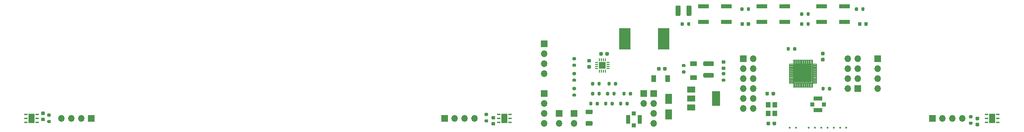
<source format=gts>
%TF.GenerationSoftware,KiCad,Pcbnew,5.1.7-a382d34a8~87~ubuntu18.04.1*%
%TF.CreationDate,2020-11-02T20:34:46+02:00*%
%TF.ProjectId,sens-rf-1w-1-kicad,73656e73-2d72-4662-9d31-772d312d6b69,0.0*%
%TF.SameCoordinates,Original*%
%TF.FileFunction,Soldermask,Top*%
%TF.FilePolarity,Negative*%
%FSLAX46Y46*%
G04 Gerber Fmt 4.6, Leading zero omitted, Abs format (unit mm)*
G04 Created by KiCad (PCBNEW 5.1.7-a382d34a8~87~ubuntu18.04.1) date 2020-11-02 20:34:46*
%MOMM*%
%LPD*%
G01*
G04 APERTURE LIST*
%ADD10C,0.152400*%
%ADD11R,1.800000X2.500000*%
%ADD12O,1.700000X1.700000*%
%ADD13R,1.700000X1.700000*%
%ADD14R,1.300000X1.700000*%
%ADD15R,1.000000X1.000000*%
%ADD16R,1.050000X2.200000*%
%ADD17R,2.200000X1.050000*%
%ADD18R,2.000000X1.500000*%
%ADD19R,2.000000X3.800000*%
%ADD20C,0.500000*%
%ADD21R,1.750000X1.750000*%
%ADD22R,1.600200X2.489200*%
%ADD23R,0.812800X0.457200*%
%ADD24C,0.508000*%
%ADD25R,4.500001X4.500001*%
%ADD26R,0.850000X0.280000*%
%ADD27R,0.280000X0.850000*%
%ADD28R,1.200000X1.400000*%
%ADD29R,2.800000X1.000000*%
%ADD30R,2.900000X5.400000*%
%ADD31R,1.700000X1.300000*%
G04 APERTURE END LIST*
D10*
%TO.C,RF_MCU1*%
X225979596Y-132420403D02*
X225560405Y-132420403D01*
X225560405Y-132420403D02*
X225560405Y-133409596D01*
X225560405Y-133409596D02*
X225979596Y-133409596D01*
X225979596Y-133409596D02*
X225979596Y-132420403D01*
X225479597Y-132420403D02*
X225060403Y-132420403D01*
X225060403Y-132420403D02*
X225060403Y-133409596D01*
X225060403Y-133409596D02*
X225479597Y-133409596D01*
X225479597Y-133409596D02*
X225479597Y-132420403D01*
X224979596Y-132420403D02*
X224560404Y-132420403D01*
X224560404Y-132420403D02*
X224560404Y-133409596D01*
X224560404Y-133409596D02*
X224979596Y-133409596D01*
X224979596Y-133409596D02*
X224979596Y-132420403D01*
X224479597Y-132420403D02*
X224060405Y-132420403D01*
X224060405Y-132420403D02*
X224060405Y-133409596D01*
X224060405Y-133409596D02*
X224479597Y-133409596D01*
X224479597Y-133409596D02*
X224479597Y-132420403D01*
X223979595Y-132420403D02*
X223560404Y-132420403D01*
X223560404Y-132420403D02*
X223560404Y-133409596D01*
X223560404Y-133409596D02*
X223979595Y-133409596D01*
X223979595Y-133409596D02*
X223979595Y-132420403D01*
X223479596Y-132420403D02*
X223060405Y-132420403D01*
X223060405Y-132420403D02*
X223060405Y-133409596D01*
X223060405Y-133409596D02*
X223479596Y-133409596D01*
X223479596Y-133409596D02*
X223479596Y-132420403D01*
X222979597Y-132420403D02*
X222560403Y-132420403D01*
X222560403Y-132420403D02*
X222560403Y-133409596D01*
X222560403Y-133409596D02*
X222979597Y-133409596D01*
X222979597Y-133409596D02*
X222979597Y-132420403D01*
X222479596Y-132420403D02*
X222060404Y-132420403D01*
X222060404Y-132420403D02*
X222060404Y-133409596D01*
X222060404Y-133409596D02*
X222479596Y-133409596D01*
X222479596Y-133409596D02*
X222479596Y-132420403D01*
X221979597Y-132420403D02*
X221560405Y-132420403D01*
X221560405Y-132420403D02*
X221560405Y-133409596D01*
X221560405Y-133409596D02*
X221979597Y-133409596D01*
X221979597Y-133409596D02*
X221979597Y-132420403D01*
X221479595Y-132420403D02*
X221060404Y-132420403D01*
X221060404Y-132420403D02*
X221060404Y-133409596D01*
X221060404Y-133409596D02*
X221479595Y-133409596D01*
X221479595Y-133409596D02*
X221479595Y-132420403D01*
X221039596Y-133429837D02*
X220050403Y-133429837D01*
X220050403Y-133429837D02*
X220050403Y-133849029D01*
X220050403Y-133849029D02*
X221039596Y-133849029D01*
X221039596Y-133849029D02*
X221039596Y-133429837D01*
X221039596Y-133929963D02*
X220050403Y-133929963D01*
X220050403Y-133929963D02*
X220050403Y-134349155D01*
X220050403Y-134349155D02*
X221039596Y-134349155D01*
X221039596Y-134349155D02*
X221039596Y-133929963D01*
X221039596Y-134430089D02*
X220050403Y-134430089D01*
X220050403Y-134430089D02*
X220050403Y-134849281D01*
X220050403Y-134849281D02*
X221039596Y-134849281D01*
X221039596Y-134849281D02*
X221039596Y-134430089D01*
X221039596Y-134930215D02*
X220050403Y-134930215D01*
X220050403Y-134930215D02*
X220050403Y-135349407D01*
X220050403Y-135349407D02*
X221039596Y-135349407D01*
X221039596Y-135349407D02*
X221039596Y-134930215D01*
X221039596Y-135430341D02*
X220050403Y-135430341D01*
X220050403Y-135430341D02*
X220050403Y-135849533D01*
X220050403Y-135849533D02*
X221039596Y-135849533D01*
X221039596Y-135849533D02*
X221039596Y-135430341D01*
X221039596Y-135930467D02*
X220050403Y-135930467D01*
X220050403Y-135930467D02*
X220050403Y-136349659D01*
X220050403Y-136349659D02*
X221039596Y-136349659D01*
X221039596Y-136349659D02*
X221039596Y-135930467D01*
X221039596Y-136430593D02*
X220050403Y-136430593D01*
X220050403Y-136430593D02*
X220050403Y-136849785D01*
X220050403Y-136849785D02*
X221039596Y-136849785D01*
X221039596Y-136849785D02*
X221039596Y-136430593D01*
X221039596Y-136930719D02*
X220050403Y-136930719D01*
X220050403Y-136930719D02*
X220050403Y-137349911D01*
X220050403Y-137349911D02*
X221039596Y-137349911D01*
X221039596Y-137349911D02*
X221039596Y-136930719D01*
X221039596Y-137430845D02*
X220050403Y-137430845D01*
X220050403Y-137430845D02*
X220050403Y-137850037D01*
X220050403Y-137850037D02*
X221039596Y-137850037D01*
X221039596Y-137850037D02*
X221039596Y-137430845D01*
X221039596Y-137930971D02*
X220050403Y-137930971D01*
X220050403Y-137930971D02*
X220050403Y-138350163D01*
X220050403Y-138350163D02*
X221039596Y-138350163D01*
X221039596Y-138350163D02*
X221039596Y-137930971D01*
X221479595Y-138370404D02*
X221060404Y-138370404D01*
X221060404Y-138370404D02*
X221060404Y-139359597D01*
X221060404Y-139359597D02*
X221479595Y-139359597D01*
X221479595Y-139359597D02*
X221479595Y-138370404D01*
X221979597Y-138370404D02*
X221560403Y-138370404D01*
X221560403Y-138370404D02*
X221560403Y-139359597D01*
X221560403Y-139359597D02*
X221979597Y-139359597D01*
X221979597Y-139359597D02*
X221979597Y-138370404D01*
X222479596Y-138370404D02*
X222060404Y-138370404D01*
X222060404Y-138370404D02*
X222060404Y-139359597D01*
X222060404Y-139359597D02*
X222479596Y-139359597D01*
X222479596Y-139359597D02*
X222479596Y-138370404D01*
X222979595Y-138370404D02*
X222560403Y-138370404D01*
X222560403Y-138370404D02*
X222560403Y-139359597D01*
X222560403Y-139359597D02*
X222979595Y-139359597D01*
X222979595Y-139359597D02*
X222979595Y-138370404D01*
X223479596Y-138370404D02*
X223060405Y-138370404D01*
X223060405Y-138370404D02*
X223060405Y-139359597D01*
X223060405Y-139359597D02*
X223479596Y-139359597D01*
X223479596Y-139359597D02*
X223479596Y-138370404D01*
X223979595Y-138370404D02*
X223560404Y-138370404D01*
X223560404Y-138370404D02*
X223560404Y-139359597D01*
X223560404Y-139359597D02*
X223979595Y-139359597D01*
X223979595Y-139359597D02*
X223979595Y-138370404D01*
X224479597Y-138370404D02*
X224060403Y-138370404D01*
X224060403Y-138370404D02*
X224060403Y-139359597D01*
X224060403Y-139359597D02*
X224479597Y-139359597D01*
X224479597Y-139359597D02*
X224479597Y-138370404D01*
X224979596Y-138370404D02*
X224560404Y-138370404D01*
X224560404Y-138370404D02*
X224560404Y-139359597D01*
X224560404Y-139359597D02*
X224979596Y-139359597D01*
X224979596Y-139359597D02*
X224979596Y-138370404D01*
X225479595Y-138370404D02*
X225060403Y-138370404D01*
X225060403Y-138370404D02*
X225060403Y-139359597D01*
X225060403Y-139359597D02*
X225479595Y-139359597D01*
X225479595Y-139359597D02*
X225479595Y-138370404D01*
X225979596Y-138370404D02*
X225560405Y-138370404D01*
X225560405Y-138370404D02*
X225560405Y-139359597D01*
X225560405Y-139359597D02*
X225979596Y-139359597D01*
X225979596Y-139359597D02*
X225979596Y-138370404D01*
X226989597Y-137930971D02*
X226000404Y-137930971D01*
X226000404Y-137930971D02*
X226000404Y-138350163D01*
X226000404Y-138350163D02*
X226989597Y-138350163D01*
X226989597Y-138350163D02*
X226989597Y-137930971D01*
X226989597Y-137430845D02*
X226000404Y-137430845D01*
X226000404Y-137430845D02*
X226000404Y-137850037D01*
X226000404Y-137850037D02*
X226989597Y-137850037D01*
X226989597Y-137850037D02*
X226989597Y-137430845D01*
X226989597Y-136930719D02*
X226000404Y-136930719D01*
X226000404Y-136930719D02*
X226000404Y-137349911D01*
X226000404Y-137349911D02*
X226989597Y-137349911D01*
X226989597Y-137349911D02*
X226989597Y-136930719D01*
X226989597Y-136430593D02*
X226000404Y-136430593D01*
X226000404Y-136430593D02*
X226000404Y-136849785D01*
X226000404Y-136849785D02*
X226989597Y-136849785D01*
X226989597Y-136849785D02*
X226989597Y-136430593D01*
X226989597Y-135930467D02*
X226000404Y-135930467D01*
X226000404Y-135930467D02*
X226000404Y-136349659D01*
X226000404Y-136349659D02*
X226989597Y-136349659D01*
X226989597Y-136349659D02*
X226989597Y-135930467D01*
X226989597Y-135430341D02*
X226000404Y-135430341D01*
X226000404Y-135430341D02*
X226000404Y-135849533D01*
X226000404Y-135849533D02*
X226989597Y-135849533D01*
X226989597Y-135849533D02*
X226989597Y-135430341D01*
X226989597Y-134930215D02*
X226000404Y-134930215D01*
X226000404Y-134930215D02*
X226000404Y-135349407D01*
X226000404Y-135349407D02*
X226989597Y-135349407D01*
X226989597Y-135349407D02*
X226989597Y-134930215D01*
X226989597Y-134430089D02*
X226000404Y-134430089D01*
X226000404Y-134430089D02*
X226000404Y-134849281D01*
X226000404Y-134849281D02*
X226989597Y-134849281D01*
X226989597Y-134849281D02*
X226989597Y-134430089D01*
X226989597Y-133929963D02*
X226000404Y-133929963D01*
X226000404Y-133929963D02*
X226000404Y-134349155D01*
X226000404Y-134349155D02*
X226989597Y-134349155D01*
X226989597Y-134349155D02*
X226989597Y-133929963D01*
X226989597Y-133429837D02*
X226000404Y-133429837D01*
X226000404Y-133429837D02*
X226000404Y-133849029D01*
X226000404Y-133849029D02*
X226989597Y-133849029D01*
X226989597Y-133849029D02*
X226989597Y-133429837D01*
X225833501Y-133576499D02*
X225833501Y-138203501D01*
X225833501Y-138203501D02*
X225294800Y-138203501D01*
X225294800Y-138203501D02*
X225294800Y-133576499D01*
X225294800Y-133576499D02*
X225833501Y-133576499D01*
X224894800Y-133576499D02*
X224894800Y-138203501D01*
X224894800Y-138203501D02*
X224507400Y-138203501D01*
X224507400Y-138203501D02*
X224507400Y-133576499D01*
X224507400Y-133576499D02*
X224894800Y-133576499D01*
X224107400Y-133576499D02*
X224107400Y-138203501D01*
X224107400Y-138203501D02*
X223720000Y-138203501D01*
X223720000Y-138203501D02*
X223720000Y-133576499D01*
X223720000Y-133576499D02*
X224107400Y-133576499D01*
X223320000Y-133576499D02*
X223320000Y-138203501D01*
X223320000Y-138203501D02*
X222932600Y-138203501D01*
X222932600Y-138203501D02*
X222932600Y-133576499D01*
X222932600Y-133576499D02*
X223320000Y-133576499D01*
X222532600Y-133576499D02*
X222532600Y-138203501D01*
X222532600Y-138203501D02*
X222145200Y-138203501D01*
X222145200Y-138203501D02*
X222145200Y-133576499D01*
X222145200Y-133576499D02*
X222532600Y-133576499D01*
X221745200Y-133576499D02*
X221745200Y-138203501D01*
X221745200Y-138203501D02*
X221206499Y-138203501D01*
X221206499Y-138203501D02*
X221206499Y-133576499D01*
X221206499Y-133576499D02*
X221745200Y-133576499D01*
X225833501Y-133576499D02*
X225833501Y-134115200D01*
X225833501Y-134115200D02*
X221206499Y-134115200D01*
X221206499Y-134115200D02*
X221206499Y-133576499D01*
X221206499Y-133576499D02*
X225833501Y-133576499D01*
X225833501Y-134902600D02*
X225833501Y-134515200D01*
X225833501Y-134515200D02*
X221206499Y-134515200D01*
X221206499Y-134515200D02*
X221206499Y-134902600D01*
X221206499Y-134902600D02*
X225833501Y-134902600D01*
X225833501Y-135690000D02*
X225833501Y-135302600D01*
X225833501Y-135302600D02*
X221206499Y-135302600D01*
X221206499Y-135302600D02*
X221206499Y-135690000D01*
X221206499Y-135690000D02*
X225833501Y-135690000D01*
X225833501Y-136477400D02*
X225833501Y-136090000D01*
X225833501Y-136090000D02*
X221206499Y-136090000D01*
X221206499Y-136090000D02*
X221206499Y-136477400D01*
X221206499Y-136477400D02*
X225833501Y-136477400D01*
X225833501Y-137264800D02*
X225833501Y-136877400D01*
X225833501Y-136877400D02*
X221206499Y-136877400D01*
X221206499Y-136877400D02*
X221206499Y-137264800D01*
X221206499Y-137264800D02*
X225833501Y-137264800D01*
X225833501Y-137664800D02*
X225833501Y-138203501D01*
X225833501Y-138203501D02*
X221206499Y-138203501D01*
X221206499Y-138203501D02*
X221206499Y-137664800D01*
X221206499Y-137664800D02*
X225833501Y-137664800D01*
%TD*%
D11*
%TO.C,DS1*%
X189230000Y-142297500D03*
X189230000Y-146297500D03*
%TD*%
%TO.C,F1*%
G36*
G01*
X192765000Y-135045000D02*
X193315000Y-135045000D01*
G75*
G02*
X193515000Y-135245000I0J-200000D01*
G01*
X193515000Y-135645000D01*
G75*
G02*
X193315000Y-135845000I-200000J0D01*
G01*
X192765000Y-135845000D01*
G75*
G02*
X192565000Y-135645000I0J200000D01*
G01*
X192565000Y-135245000D01*
G75*
G02*
X192765000Y-135045000I200000J0D01*
G01*
G37*
G36*
G01*
X192765000Y-133395000D02*
X193315000Y-133395000D01*
G75*
G02*
X193515000Y-133595000I0J-200000D01*
G01*
X193515000Y-133995000D01*
G75*
G02*
X193315000Y-134195000I-200000J0D01*
G01*
X192765000Y-134195000D01*
G75*
G02*
X192565000Y-133995000I0J200000D01*
G01*
X192565000Y-133595000D01*
G75*
G02*
X192765000Y-133395000I200000J0D01*
G01*
G37*
%TD*%
D12*
%TO.C,JPH3*%
X185420000Y-148590000D03*
X185420000Y-146050000D03*
X185420000Y-143510000D03*
D13*
X185420000Y-140970000D03*
%TD*%
D12*
%TO.C,JPH2*%
X182880000Y-143510000D03*
D13*
X182880000Y-140970000D03*
%TD*%
D14*
%TO.C,DZ2*%
X188920000Y-137160000D03*
X185420000Y-137160000D03*
%TD*%
D15*
%TO.C,ANT2*%
X180340000Y-146050000D03*
X180340000Y-149050000D03*
D16*
X178865000Y-147550000D03*
X181815000Y-147550000D03*
%TD*%
D12*
%TO.C,J4*%
X234950000Y-132080000D03*
X237490000Y-132080000D03*
X234950000Y-134620000D03*
X237490000Y-134620000D03*
X234950000Y-137160000D03*
X237490000Y-137160000D03*
X234950000Y-139700000D03*
D13*
X237490000Y-139700000D03*
%TD*%
D12*
%TO.C,JB1*%
X242570000Y-139700000D03*
X242570000Y-137160000D03*
X242570000Y-134620000D03*
D13*
X242570000Y-132080000D03*
%TD*%
D12*
%TO.C,J1*%
X264160000Y-147320000D03*
X261620000Y-147320000D03*
X259080000Y-147320000D03*
D13*
X256540000Y-147320000D03*
%TD*%
D12*
%TO.C,JB3*%
X157480000Y-135890000D03*
X157480000Y-133350000D03*
X157480000Y-130810000D03*
D13*
X157480000Y-128270000D03*
%TD*%
D12*
%TO.C,JB2*%
X157480000Y-148590000D03*
X157480000Y-146050000D03*
X157480000Y-143510000D03*
D13*
X157480000Y-140970000D03*
%TD*%
D15*
%TO.C,J7*%
X225830000Y-143715000D03*
X228830000Y-143715000D03*
D17*
X227330000Y-145190000D03*
X227330000Y-142240000D03*
%TD*%
D18*
%TO.C,U1*%
X194970000Y-139940000D03*
X194970000Y-144540000D03*
X194970000Y-142240000D03*
D19*
X201270000Y-142240000D03*
%TD*%
D20*
%TO.C,ANT1*%
X234530000Y-149690000D03*
X232930000Y-149690000D03*
X231330000Y-149690000D03*
X229730000Y-149690000D03*
X228130000Y-149690000D03*
X226530000Y-149690000D03*
X224930000Y-149690000D03*
X220130000Y-149690000D03*
X221720000Y-149690000D03*
%TD*%
D21*
%TO.C,PwrHarv1*%
X172280000Y-133790000D03*
G36*
G01*
X171405000Y-132652500D02*
X171405000Y-132002500D01*
G75*
G02*
X171467500Y-131940000I62500J0D01*
G01*
X171592500Y-131940000D01*
G75*
G02*
X171655000Y-132002500I0J-62500D01*
G01*
X171655000Y-132652500D01*
G75*
G02*
X171592500Y-132715000I-62500J0D01*
G01*
X171467500Y-132715000D01*
G75*
G02*
X171405000Y-132652500I0J62500D01*
G01*
G37*
G36*
G01*
X171905000Y-132652500D02*
X171905000Y-132002500D01*
G75*
G02*
X171967500Y-131940000I62500J0D01*
G01*
X172092500Y-131940000D01*
G75*
G02*
X172155000Y-132002500I0J-62500D01*
G01*
X172155000Y-132652500D01*
G75*
G02*
X172092500Y-132715000I-62500J0D01*
G01*
X171967500Y-132715000D01*
G75*
G02*
X171905000Y-132652500I0J62500D01*
G01*
G37*
G36*
G01*
X172405000Y-132652500D02*
X172405000Y-132002500D01*
G75*
G02*
X172467500Y-131940000I62500J0D01*
G01*
X172592500Y-131940000D01*
G75*
G02*
X172655000Y-132002500I0J-62500D01*
G01*
X172655000Y-132652500D01*
G75*
G02*
X172592500Y-132715000I-62500J0D01*
G01*
X172467500Y-132715000D01*
G75*
G02*
X172405000Y-132652500I0J62500D01*
G01*
G37*
G36*
G01*
X172905000Y-132652500D02*
X172905000Y-132002500D01*
G75*
G02*
X172967500Y-131940000I62500J0D01*
G01*
X173092500Y-131940000D01*
G75*
G02*
X173155000Y-132002500I0J-62500D01*
G01*
X173155000Y-132652500D01*
G75*
G02*
X173092500Y-132715000I-62500J0D01*
G01*
X172967500Y-132715000D01*
G75*
G02*
X172905000Y-132652500I0J62500D01*
G01*
G37*
G36*
G01*
X173355000Y-133102500D02*
X173355000Y-132977500D01*
G75*
G02*
X173417500Y-132915000I62500J0D01*
G01*
X174067500Y-132915000D01*
G75*
G02*
X174130000Y-132977500I0J-62500D01*
G01*
X174130000Y-133102500D01*
G75*
G02*
X174067500Y-133165000I-62500J0D01*
G01*
X173417500Y-133165000D01*
G75*
G02*
X173355000Y-133102500I0J62500D01*
G01*
G37*
G36*
G01*
X173355000Y-133602500D02*
X173355000Y-133477500D01*
G75*
G02*
X173417500Y-133415000I62500J0D01*
G01*
X174067500Y-133415000D01*
G75*
G02*
X174130000Y-133477500I0J-62500D01*
G01*
X174130000Y-133602500D01*
G75*
G02*
X174067500Y-133665000I-62500J0D01*
G01*
X173417500Y-133665000D01*
G75*
G02*
X173355000Y-133602500I0J62500D01*
G01*
G37*
G36*
G01*
X173355000Y-134102500D02*
X173355000Y-133977500D01*
G75*
G02*
X173417500Y-133915000I62500J0D01*
G01*
X174067500Y-133915000D01*
G75*
G02*
X174130000Y-133977500I0J-62500D01*
G01*
X174130000Y-134102500D01*
G75*
G02*
X174067500Y-134165000I-62500J0D01*
G01*
X173417500Y-134165000D01*
G75*
G02*
X173355000Y-134102500I0J62500D01*
G01*
G37*
G36*
G01*
X173355000Y-134602500D02*
X173355000Y-134477500D01*
G75*
G02*
X173417500Y-134415000I62500J0D01*
G01*
X174067500Y-134415000D01*
G75*
G02*
X174130000Y-134477500I0J-62500D01*
G01*
X174130000Y-134602500D01*
G75*
G02*
X174067500Y-134665000I-62500J0D01*
G01*
X173417500Y-134665000D01*
G75*
G02*
X173355000Y-134602500I0J62500D01*
G01*
G37*
G36*
G01*
X172905000Y-135577500D02*
X172905000Y-134927500D01*
G75*
G02*
X172967500Y-134865000I62500J0D01*
G01*
X173092500Y-134865000D01*
G75*
G02*
X173155000Y-134927500I0J-62500D01*
G01*
X173155000Y-135577500D01*
G75*
G02*
X173092500Y-135640000I-62500J0D01*
G01*
X172967500Y-135640000D01*
G75*
G02*
X172905000Y-135577500I0J62500D01*
G01*
G37*
G36*
G01*
X172405000Y-135577500D02*
X172405000Y-134927500D01*
G75*
G02*
X172467500Y-134865000I62500J0D01*
G01*
X172592500Y-134865000D01*
G75*
G02*
X172655000Y-134927500I0J-62500D01*
G01*
X172655000Y-135577500D01*
G75*
G02*
X172592500Y-135640000I-62500J0D01*
G01*
X172467500Y-135640000D01*
G75*
G02*
X172405000Y-135577500I0J62500D01*
G01*
G37*
G36*
G01*
X171905000Y-135577500D02*
X171905000Y-134927500D01*
G75*
G02*
X171967500Y-134865000I62500J0D01*
G01*
X172092500Y-134865000D01*
G75*
G02*
X172155000Y-134927500I0J-62500D01*
G01*
X172155000Y-135577500D01*
G75*
G02*
X172092500Y-135640000I-62500J0D01*
G01*
X171967500Y-135640000D01*
G75*
G02*
X171905000Y-135577500I0J62500D01*
G01*
G37*
G36*
G01*
X171405000Y-135577500D02*
X171405000Y-134927500D01*
G75*
G02*
X171467500Y-134865000I62500J0D01*
G01*
X171592500Y-134865000D01*
G75*
G02*
X171655000Y-134927500I0J-62500D01*
G01*
X171655000Y-135577500D01*
G75*
G02*
X171592500Y-135640000I-62500J0D01*
G01*
X171467500Y-135640000D01*
G75*
G02*
X171405000Y-135577500I0J62500D01*
G01*
G37*
G36*
G01*
X170430000Y-134602500D02*
X170430000Y-134477500D01*
G75*
G02*
X170492500Y-134415000I62500J0D01*
G01*
X171142500Y-134415000D01*
G75*
G02*
X171205000Y-134477500I0J-62500D01*
G01*
X171205000Y-134602500D01*
G75*
G02*
X171142500Y-134665000I-62500J0D01*
G01*
X170492500Y-134665000D01*
G75*
G02*
X170430000Y-134602500I0J62500D01*
G01*
G37*
G36*
G01*
X170430000Y-134102500D02*
X170430000Y-133977500D01*
G75*
G02*
X170492500Y-133915000I62500J0D01*
G01*
X171142500Y-133915000D01*
G75*
G02*
X171205000Y-133977500I0J-62500D01*
G01*
X171205000Y-134102500D01*
G75*
G02*
X171142500Y-134165000I-62500J0D01*
G01*
X170492500Y-134165000D01*
G75*
G02*
X170430000Y-134102500I0J62500D01*
G01*
G37*
G36*
G01*
X170430000Y-133602500D02*
X170430000Y-133477500D01*
G75*
G02*
X170492500Y-133415000I62500J0D01*
G01*
X171142500Y-133415000D01*
G75*
G02*
X171205000Y-133477500I0J-62500D01*
G01*
X171205000Y-133602500D01*
G75*
G02*
X171142500Y-133665000I-62500J0D01*
G01*
X170492500Y-133665000D01*
G75*
G02*
X170430000Y-133602500I0J62500D01*
G01*
G37*
G36*
G01*
X170430000Y-133102500D02*
X170430000Y-132977500D01*
G75*
G02*
X170492500Y-132915000I62500J0D01*
G01*
X171142500Y-132915000D01*
G75*
G02*
X171205000Y-132977500I0J-62500D01*
G01*
X171205000Y-133102500D01*
G75*
G02*
X171142500Y-133165000I-62500J0D01*
G01*
X170492500Y-133165000D01*
G75*
G02*
X170430000Y-133102500I0J62500D01*
G01*
G37*
%TD*%
D22*
%TO.C,TH3*%
X26670000Y-147320000D03*
D23*
X25222200Y-148320001D03*
X25222200Y-147320000D03*
X25222200Y-146319999D03*
X28117800Y-146319999D03*
X28117800Y-147320000D03*
X28117800Y-148320001D03*
%TD*%
D22*
%TO.C,TH2*%
X147320000Y-147320000D03*
D23*
X148767800Y-146319999D03*
X148767800Y-147320000D03*
X148767800Y-148320001D03*
X145872200Y-148320001D03*
X145872200Y-147320000D03*
X145872200Y-146319999D03*
%TD*%
D22*
%TO.C,TH1*%
X271780000Y-147320000D03*
D23*
X273227800Y-146319999D03*
X273227800Y-147320000D03*
X273227800Y-148320001D03*
X270332200Y-148320001D03*
X270332200Y-147320000D03*
X270332200Y-146319999D03*
%TD*%
D24*
%TO.C,RF_MCU1*%
X225094800Y-137464800D03*
X224307400Y-137464800D03*
X223520000Y-137464800D03*
X222732600Y-137464800D03*
X221945200Y-137464800D03*
X225094800Y-136677400D03*
X224307400Y-136677400D03*
X223520000Y-136677400D03*
X222732600Y-136677400D03*
X221945200Y-136677400D03*
X225094800Y-135890000D03*
X224307400Y-135890000D03*
X223520000Y-135890000D03*
X222732600Y-135890000D03*
X221945200Y-135890000D03*
X225094800Y-135102600D03*
X224307400Y-135102600D03*
X223520000Y-135102600D03*
X222732600Y-135102600D03*
X221945200Y-135102600D03*
X225094800Y-134315200D03*
X224307400Y-134315200D03*
X223520000Y-134315200D03*
X222732600Y-134315200D03*
X221945200Y-134315200D03*
D25*
X223520000Y-135890000D03*
D26*
X226495000Y-133639433D03*
X226495000Y-134139559D03*
X226495000Y-134639685D03*
X226495000Y-135139811D03*
X226495000Y-135639937D03*
X226495000Y-136140063D03*
X226495000Y-136640189D03*
X226495000Y-137140315D03*
X226495000Y-137640441D03*
X226495000Y-138140567D03*
D27*
X225770001Y-138865000D03*
X225269999Y-138865000D03*
X224770000Y-138865000D03*
X224270001Y-138865000D03*
X223770000Y-138865000D03*
X223270000Y-138865000D03*
X222769999Y-138865000D03*
X222270000Y-138865000D03*
X221770001Y-138865000D03*
X221269999Y-138865000D03*
D26*
X220545000Y-138140567D03*
X220545000Y-137640441D03*
X220545000Y-137140315D03*
X220545000Y-136640189D03*
X220545000Y-136140063D03*
X220545000Y-135639937D03*
X220545000Y-135139811D03*
X220545000Y-134639685D03*
X220545000Y-134139559D03*
X220545000Y-133639433D03*
D27*
X221269999Y-132915000D03*
X221770001Y-132915000D03*
X222270000Y-132915000D03*
X222769999Y-132915000D03*
X223270000Y-132915000D03*
X223770000Y-132915000D03*
X224270001Y-132915000D03*
X224770000Y-132915000D03*
X225269999Y-132915000D03*
X225770001Y-132915000D03*
%TD*%
D28*
%TO.C,XTAL1*%
X214630000Y-146050000D03*
X214630000Y-143850000D03*
X216330000Y-143850000D03*
X216330000Y-146050000D03*
%TD*%
D29*
%TO.C,SW3*%
X203920000Y-122650000D03*
X198120000Y-122650000D03*
X203920000Y-118650000D03*
X198120000Y-118650000D03*
%TD*%
%TO.C,SW2*%
X234040000Y-122650000D03*
X228240000Y-122650000D03*
X234040000Y-118650000D03*
X228240000Y-118650000D03*
%TD*%
%TO.C,SW1*%
X218800000Y-122650000D03*
X213000000Y-122650000D03*
X218800000Y-118650000D03*
X213000000Y-118650000D03*
%TD*%
D12*
%TO.C,SC1*%
X165100000Y-148590000D03*
D13*
X165100000Y-146050000D03*
%TD*%
%TO.C,Ruv2*%
G36*
G01*
X171050000Y-138705000D02*
X171050000Y-138155000D01*
G75*
G02*
X171250000Y-137955000I200000J0D01*
G01*
X171650000Y-137955000D01*
G75*
G02*
X171850000Y-138155000I0J-200000D01*
G01*
X171850000Y-138705000D01*
G75*
G02*
X171650000Y-138905000I-200000J0D01*
G01*
X171250000Y-138905000D01*
G75*
G02*
X171050000Y-138705000I0J200000D01*
G01*
G37*
G36*
G01*
X169400000Y-138705000D02*
X169400000Y-138155000D01*
G75*
G02*
X169600000Y-137955000I200000J0D01*
G01*
X170000000Y-137955000D01*
G75*
G02*
X170200000Y-138155000I0J-200000D01*
G01*
X170200000Y-138705000D01*
G75*
G02*
X170000000Y-138905000I-200000J0D01*
G01*
X169600000Y-138905000D01*
G75*
G02*
X169400000Y-138705000I0J200000D01*
G01*
G37*
%TD*%
%TO.C,Ruv1*%
G36*
G01*
X175240000Y-138705000D02*
X175240000Y-138155000D01*
G75*
G02*
X175440000Y-137955000I200000J0D01*
G01*
X175840000Y-137955000D01*
G75*
G02*
X176040000Y-138155000I0J-200000D01*
G01*
X176040000Y-138705000D01*
G75*
G02*
X175840000Y-138905000I-200000J0D01*
G01*
X175440000Y-138905000D01*
G75*
G02*
X175240000Y-138705000I0J200000D01*
G01*
G37*
G36*
G01*
X173590000Y-138705000D02*
X173590000Y-138155000D01*
G75*
G02*
X173790000Y-137955000I200000J0D01*
G01*
X174190000Y-137955000D01*
G75*
G02*
X174390000Y-138155000I0J-200000D01*
G01*
X174390000Y-138705000D01*
G75*
G02*
X174190000Y-138905000I-200000J0D01*
G01*
X173790000Y-138905000D01*
G75*
G02*
X173590000Y-138705000I0J200000D01*
G01*
G37*
%TD*%
%TO.C,Rov3*%
G36*
G01*
X170605000Y-143785000D02*
X170605000Y-143235000D01*
G75*
G02*
X170805000Y-143035000I200000J0D01*
G01*
X171205000Y-143035000D01*
G75*
G02*
X171405000Y-143235000I0J-200000D01*
G01*
X171405000Y-143785000D01*
G75*
G02*
X171205000Y-143985000I-200000J0D01*
G01*
X170805000Y-143985000D01*
G75*
G02*
X170605000Y-143785000I0J200000D01*
G01*
G37*
G36*
G01*
X168955000Y-143785000D02*
X168955000Y-143235000D01*
G75*
G02*
X169155000Y-143035000I200000J0D01*
G01*
X169555000Y-143035000D01*
G75*
G02*
X169755000Y-143235000I0J-200000D01*
G01*
X169755000Y-143785000D01*
G75*
G02*
X169555000Y-143985000I-200000J0D01*
G01*
X169155000Y-143985000D01*
G75*
G02*
X168955000Y-143785000I0J200000D01*
G01*
G37*
%TD*%
%TO.C,Rov2*%
G36*
G01*
X174415000Y-143785000D02*
X174415000Y-143235000D01*
G75*
G02*
X174615000Y-143035000I200000J0D01*
G01*
X175015000Y-143035000D01*
G75*
G02*
X175215000Y-143235000I0J-200000D01*
G01*
X175215000Y-143785000D01*
G75*
G02*
X175015000Y-143985000I-200000J0D01*
G01*
X174615000Y-143985000D01*
G75*
G02*
X174415000Y-143785000I0J200000D01*
G01*
G37*
G36*
G01*
X172765000Y-143785000D02*
X172765000Y-143235000D01*
G75*
G02*
X172965000Y-143035000I200000J0D01*
G01*
X173365000Y-143035000D01*
G75*
G02*
X173565000Y-143235000I0J-200000D01*
G01*
X173565000Y-143785000D01*
G75*
G02*
X173365000Y-143985000I-200000J0D01*
G01*
X172965000Y-143985000D01*
G75*
G02*
X172765000Y-143785000I0J200000D01*
G01*
G37*
%TD*%
%TO.C,Rov1*%
G36*
G01*
X178225000Y-143785000D02*
X178225000Y-143235000D01*
G75*
G02*
X178425000Y-143035000I200000J0D01*
G01*
X178825000Y-143035000D01*
G75*
G02*
X179025000Y-143235000I0J-200000D01*
G01*
X179025000Y-143785000D01*
G75*
G02*
X178825000Y-143985000I-200000J0D01*
G01*
X178425000Y-143985000D01*
G75*
G02*
X178225000Y-143785000I0J200000D01*
G01*
G37*
G36*
G01*
X176575000Y-143785000D02*
X176575000Y-143235000D01*
G75*
G02*
X176775000Y-143035000I200000J0D01*
G01*
X177175000Y-143035000D01*
G75*
G02*
X177375000Y-143235000I0J-200000D01*
G01*
X177375000Y-143785000D01*
G75*
G02*
X177175000Y-143985000I-200000J0D01*
G01*
X176775000Y-143985000D01*
G75*
G02*
X176575000Y-143785000I0J200000D01*
G01*
G37*
%TD*%
%TO.C,Rok3*%
G36*
G01*
X171050000Y-141245000D02*
X171050000Y-140695000D01*
G75*
G02*
X171250000Y-140495000I200000J0D01*
G01*
X171650000Y-140495000D01*
G75*
G02*
X171850000Y-140695000I0J-200000D01*
G01*
X171850000Y-141245000D01*
G75*
G02*
X171650000Y-141445000I-200000J0D01*
G01*
X171250000Y-141445000D01*
G75*
G02*
X171050000Y-141245000I0J200000D01*
G01*
G37*
G36*
G01*
X169400000Y-141245000D02*
X169400000Y-140695000D01*
G75*
G02*
X169600000Y-140495000I200000J0D01*
G01*
X170000000Y-140495000D01*
G75*
G02*
X170200000Y-140695000I0J-200000D01*
G01*
X170200000Y-141245000D01*
G75*
G02*
X170000000Y-141445000I-200000J0D01*
G01*
X169600000Y-141445000D01*
G75*
G02*
X169400000Y-141245000I0J200000D01*
G01*
G37*
%TD*%
%TO.C,Rok2*%
G36*
G01*
X174860000Y-141245000D02*
X174860000Y-140695000D01*
G75*
G02*
X175060000Y-140495000I200000J0D01*
G01*
X175460000Y-140495000D01*
G75*
G02*
X175660000Y-140695000I0J-200000D01*
G01*
X175660000Y-141245000D01*
G75*
G02*
X175460000Y-141445000I-200000J0D01*
G01*
X175060000Y-141445000D01*
G75*
G02*
X174860000Y-141245000I0J200000D01*
G01*
G37*
G36*
G01*
X173210000Y-141245000D02*
X173210000Y-140695000D01*
G75*
G02*
X173410000Y-140495000I200000J0D01*
G01*
X173810000Y-140495000D01*
G75*
G02*
X174010000Y-140695000I0J-200000D01*
G01*
X174010000Y-141245000D01*
G75*
G02*
X173810000Y-141445000I-200000J0D01*
G01*
X173410000Y-141445000D01*
G75*
G02*
X173210000Y-141245000I0J200000D01*
G01*
G37*
%TD*%
%TO.C,Rok1*%
G36*
G01*
X179050000Y-141245000D02*
X179050000Y-140695000D01*
G75*
G02*
X179250000Y-140495000I200000J0D01*
G01*
X179650000Y-140495000D01*
G75*
G02*
X179850000Y-140695000I0J-200000D01*
G01*
X179850000Y-141245000D01*
G75*
G02*
X179650000Y-141445000I-200000J0D01*
G01*
X179250000Y-141445000D01*
G75*
G02*
X179050000Y-141245000I0J200000D01*
G01*
G37*
G36*
G01*
X177400000Y-141245000D02*
X177400000Y-140695000D01*
G75*
G02*
X177600000Y-140495000I200000J0D01*
G01*
X178000000Y-140495000D01*
G75*
G02*
X178200000Y-140695000I0J-200000D01*
G01*
X178200000Y-141245000D01*
G75*
G02*
X178000000Y-141445000I-200000J0D01*
G01*
X177600000Y-141445000D01*
G75*
G02*
X177400000Y-141245000I0J200000D01*
G01*
G37*
%TD*%
%TO.C,Roc3*%
G36*
G01*
X165375000Y-140100000D02*
X164825000Y-140100000D01*
G75*
G02*
X164625000Y-139900000I0J200000D01*
G01*
X164625000Y-139500000D01*
G75*
G02*
X164825000Y-139300000I200000J0D01*
G01*
X165375000Y-139300000D01*
G75*
G02*
X165575000Y-139500000I0J-200000D01*
G01*
X165575000Y-139900000D01*
G75*
G02*
X165375000Y-140100000I-200000J0D01*
G01*
G37*
G36*
G01*
X165375000Y-141750000D02*
X164825000Y-141750000D01*
G75*
G02*
X164625000Y-141550000I0J200000D01*
G01*
X164625000Y-141150000D01*
G75*
G02*
X164825000Y-140950000I200000J0D01*
G01*
X165375000Y-140950000D01*
G75*
G02*
X165575000Y-141150000I0J-200000D01*
G01*
X165575000Y-141550000D01*
G75*
G02*
X165375000Y-141750000I-200000J0D01*
G01*
G37*
%TD*%
%TO.C,Roc2*%
G36*
G01*
X165375000Y-136290000D02*
X164825000Y-136290000D01*
G75*
G02*
X164625000Y-136090000I0J200000D01*
G01*
X164625000Y-135690000D01*
G75*
G02*
X164825000Y-135490000I200000J0D01*
G01*
X165375000Y-135490000D01*
G75*
G02*
X165575000Y-135690000I0J-200000D01*
G01*
X165575000Y-136090000D01*
G75*
G02*
X165375000Y-136290000I-200000J0D01*
G01*
G37*
G36*
G01*
X165375000Y-137940000D02*
X164825000Y-137940000D01*
G75*
G02*
X164625000Y-137740000I0J200000D01*
G01*
X164625000Y-137340000D01*
G75*
G02*
X164825000Y-137140000I200000J0D01*
G01*
X165375000Y-137140000D01*
G75*
G02*
X165575000Y-137340000I0J-200000D01*
G01*
X165575000Y-137740000D01*
G75*
G02*
X165375000Y-137940000I-200000J0D01*
G01*
G37*
%TD*%
%TO.C,Roc1*%
G36*
G01*
X165375000Y-132480000D02*
X164825000Y-132480000D01*
G75*
G02*
X164625000Y-132280000I0J200000D01*
G01*
X164625000Y-131880000D01*
G75*
G02*
X164825000Y-131680000I200000J0D01*
G01*
X165375000Y-131680000D01*
G75*
G02*
X165575000Y-131880000I0J-200000D01*
G01*
X165575000Y-132280000D01*
G75*
G02*
X165375000Y-132480000I-200000J0D01*
G01*
G37*
G36*
G01*
X165375000Y-134130000D02*
X164825000Y-134130000D01*
G75*
G02*
X164625000Y-133930000I0J200000D01*
G01*
X164625000Y-133530000D01*
G75*
G02*
X164825000Y-133330000I200000J0D01*
G01*
X165375000Y-133330000D01*
G75*
G02*
X165575000Y-133530000I0J-200000D01*
G01*
X165575000Y-133930000D01*
G75*
G02*
X165375000Y-134130000I-200000J0D01*
G01*
G37*
%TD*%
%TO.C,R_SW2*%
G36*
G01*
X224390000Y-123465000D02*
X224390000Y-122915000D01*
G75*
G02*
X224590000Y-122715000I200000J0D01*
G01*
X224990000Y-122715000D01*
G75*
G02*
X225190000Y-122915000I0J-200000D01*
G01*
X225190000Y-123465000D01*
G75*
G02*
X224990000Y-123665000I-200000J0D01*
G01*
X224590000Y-123665000D01*
G75*
G02*
X224390000Y-123465000I0J200000D01*
G01*
G37*
G36*
G01*
X222740000Y-123465000D02*
X222740000Y-122915000D01*
G75*
G02*
X222940000Y-122715000I200000J0D01*
G01*
X223340000Y-122715000D01*
G75*
G02*
X223540000Y-122915000I0J-200000D01*
G01*
X223540000Y-123465000D01*
G75*
G02*
X223340000Y-123665000I-200000J0D01*
G01*
X222940000Y-123665000D01*
G75*
G02*
X222740000Y-123465000I0J200000D01*
G01*
G37*
%TD*%
%TO.C,R_SW1*%
G36*
G01*
X224390000Y-120925000D02*
X224390000Y-120375000D01*
G75*
G02*
X224590000Y-120175000I200000J0D01*
G01*
X224990000Y-120175000D01*
G75*
G02*
X225190000Y-120375000I0J-200000D01*
G01*
X225190000Y-120925000D01*
G75*
G02*
X224990000Y-121125000I-200000J0D01*
G01*
X224590000Y-121125000D01*
G75*
G02*
X224390000Y-120925000I0J200000D01*
G01*
G37*
G36*
G01*
X222740000Y-120925000D02*
X222740000Y-120375000D01*
G75*
G02*
X222940000Y-120175000I200000J0D01*
G01*
X223340000Y-120175000D01*
G75*
G02*
X223540000Y-120375000I0J-200000D01*
G01*
X223540000Y-120925000D01*
G75*
G02*
X223340000Y-121125000I-200000J0D01*
G01*
X222940000Y-121125000D01*
G75*
G02*
X222740000Y-120925000I0J200000D01*
G01*
G37*
%TD*%
%TO.C,R_R1*%
G36*
G01*
X238360000Y-119655000D02*
X238360000Y-119105000D01*
G75*
G02*
X238560000Y-118905000I200000J0D01*
G01*
X238960000Y-118905000D01*
G75*
G02*
X239160000Y-119105000I0J-200000D01*
G01*
X239160000Y-119655000D01*
G75*
G02*
X238960000Y-119855000I-200000J0D01*
G01*
X238560000Y-119855000D01*
G75*
G02*
X238360000Y-119655000I0J200000D01*
G01*
G37*
G36*
G01*
X236710000Y-119655000D02*
X236710000Y-119105000D01*
G75*
G02*
X236910000Y-118905000I200000J0D01*
G01*
X237310000Y-118905000D01*
G75*
G02*
X237510000Y-119105000I0J-200000D01*
G01*
X237510000Y-119655000D01*
G75*
G02*
X237310000Y-119855000I-200000J0D01*
G01*
X236910000Y-119855000D01*
G75*
G02*
X236710000Y-119655000I0J200000D01*
G01*
G37*
%TD*%
%TO.C,R_P1*%
G36*
G01*
X203475000Y-136290000D02*
X202925000Y-136290000D01*
G75*
G02*
X202725000Y-136090000I0J200000D01*
G01*
X202725000Y-135690000D01*
G75*
G02*
X202925000Y-135490000I200000J0D01*
G01*
X203475000Y-135490000D01*
G75*
G02*
X203675000Y-135690000I0J-200000D01*
G01*
X203675000Y-136090000D01*
G75*
G02*
X203475000Y-136290000I-200000J0D01*
G01*
G37*
G36*
G01*
X203475000Y-137940000D02*
X202925000Y-137940000D01*
G75*
G02*
X202725000Y-137740000I0J200000D01*
G01*
X202725000Y-137340000D01*
G75*
G02*
X202925000Y-137140000I200000J0D01*
G01*
X203475000Y-137140000D01*
G75*
G02*
X203675000Y-137340000I0J-200000D01*
G01*
X203675000Y-137740000D01*
G75*
G02*
X203475000Y-137940000I-200000J0D01*
G01*
G37*
%TD*%
%TO.C,R_LD1*%
G36*
G01*
X193060000Y-122915000D02*
X193060000Y-123465000D01*
G75*
G02*
X192860000Y-123665000I-200000J0D01*
G01*
X192460000Y-123665000D01*
G75*
G02*
X192260000Y-123465000I0J200000D01*
G01*
X192260000Y-122915000D01*
G75*
G02*
X192460000Y-122715000I200000J0D01*
G01*
X192860000Y-122715000D01*
G75*
G02*
X193060000Y-122915000I0J-200000D01*
G01*
G37*
G36*
G01*
X194710000Y-122915000D02*
X194710000Y-123465000D01*
G75*
G02*
X194510000Y-123665000I-200000J0D01*
G01*
X194110000Y-123665000D01*
G75*
G02*
X193910000Y-123465000I0J200000D01*
G01*
X193910000Y-122915000D01*
G75*
G02*
X194110000Y-122715000I200000J0D01*
G01*
X194510000Y-122715000D01*
G75*
G02*
X194710000Y-122915000I0J-200000D01*
G01*
G37*
%TD*%
%TO.C,R_G1*%
G36*
G01*
X209150000Y-119655000D02*
X209150000Y-119105000D01*
G75*
G02*
X209350000Y-118905000I200000J0D01*
G01*
X209750000Y-118905000D01*
G75*
G02*
X209950000Y-119105000I0J-200000D01*
G01*
X209950000Y-119655000D01*
G75*
G02*
X209750000Y-119855000I-200000J0D01*
G01*
X209350000Y-119855000D01*
G75*
G02*
X209150000Y-119655000I0J200000D01*
G01*
G37*
G36*
G01*
X207500000Y-119655000D02*
X207500000Y-119105000D01*
G75*
G02*
X207700000Y-118905000I200000J0D01*
G01*
X208100000Y-118905000D01*
G75*
G02*
X208300000Y-119105000I0J-200000D01*
G01*
X208300000Y-119655000D01*
G75*
G02*
X208100000Y-119855000I-200000J0D01*
G01*
X207700000Y-119855000D01*
G75*
G02*
X207500000Y-119655000I0J200000D01*
G01*
G37*
%TD*%
%TO.C,R301*%
G36*
G01*
X229000000Y-139425000D02*
X229000000Y-139975000D01*
G75*
G02*
X228800000Y-140175000I-200000J0D01*
G01*
X228400000Y-140175000D01*
G75*
G02*
X228200000Y-139975000I0J200000D01*
G01*
X228200000Y-139425000D01*
G75*
G02*
X228400000Y-139225000I200000J0D01*
G01*
X228800000Y-139225000D01*
G75*
G02*
X229000000Y-139425000I0J-200000D01*
G01*
G37*
G36*
G01*
X230650000Y-139425000D02*
X230650000Y-139975000D01*
G75*
G02*
X230450000Y-140175000I-200000J0D01*
G01*
X230050000Y-140175000D01*
G75*
G02*
X229850000Y-139975000I0J200000D01*
G01*
X229850000Y-139425000D01*
G75*
G02*
X230050000Y-139225000I200000J0D01*
G01*
X230450000Y-139225000D01*
G75*
G02*
X230650000Y-139425000I0J-200000D01*
G01*
G37*
%TD*%
%TO.C,R4*%
G36*
G01*
X220960000Y-129815000D02*
X220960000Y-129265000D01*
G75*
G02*
X221160000Y-129065000I200000J0D01*
G01*
X221560000Y-129065000D01*
G75*
G02*
X221760000Y-129265000I0J-200000D01*
G01*
X221760000Y-129815000D01*
G75*
G02*
X221560000Y-130015000I-200000J0D01*
G01*
X221160000Y-130015000D01*
G75*
G02*
X220960000Y-129815000I0J200000D01*
G01*
G37*
G36*
G01*
X219310000Y-129815000D02*
X219310000Y-129265000D01*
G75*
G02*
X219510000Y-129065000I200000J0D01*
G01*
X219910000Y-129065000D01*
G75*
G02*
X220110000Y-129265000I0J-200000D01*
G01*
X220110000Y-129815000D01*
G75*
G02*
X219910000Y-130015000I-200000J0D01*
G01*
X219510000Y-130015000D01*
G75*
G02*
X219310000Y-129815000I0J200000D01*
G01*
G37*
%TD*%
%TO.C,R3*%
G36*
G01*
X30819776Y-147710301D02*
X31369776Y-147710301D01*
G75*
G02*
X31569776Y-147910301I0J-200000D01*
G01*
X31569776Y-148310301D01*
G75*
G02*
X31369776Y-148510301I-200000J0D01*
G01*
X30819776Y-148510301D01*
G75*
G02*
X30619776Y-148310301I0J200000D01*
G01*
X30619776Y-147910301D01*
G75*
G02*
X30819776Y-147710301I200000J0D01*
G01*
G37*
G36*
G01*
X30819776Y-146060301D02*
X31369776Y-146060301D01*
G75*
G02*
X31569776Y-146260301I0J-200000D01*
G01*
X31569776Y-146660301D01*
G75*
G02*
X31369776Y-146860301I-200000J0D01*
G01*
X30819776Y-146860301D01*
G75*
G02*
X30619776Y-146660301I0J200000D01*
G01*
X30619776Y-146260301D01*
G75*
G02*
X30819776Y-146060301I200000J0D01*
G01*
G37*
%TD*%
%TO.C,R2*%
G36*
G01*
X142960808Y-146691275D02*
X142410808Y-146691275D01*
G75*
G02*
X142210808Y-146491275I0J200000D01*
G01*
X142210808Y-146091275D01*
G75*
G02*
X142410808Y-145891275I200000J0D01*
G01*
X142960808Y-145891275D01*
G75*
G02*
X143160808Y-146091275I0J-200000D01*
G01*
X143160808Y-146491275D01*
G75*
G02*
X142960808Y-146691275I-200000J0D01*
G01*
G37*
G36*
G01*
X142960808Y-148341275D02*
X142410808Y-148341275D01*
G75*
G02*
X142210808Y-148141275I0J200000D01*
G01*
X142210808Y-147741275D01*
G75*
G02*
X142410808Y-147541275I200000J0D01*
G01*
X142960808Y-147541275D01*
G75*
G02*
X143160808Y-147741275I0J-200000D01*
G01*
X143160808Y-148141275D01*
G75*
G02*
X142960808Y-148341275I-200000J0D01*
G01*
G37*
%TD*%
%TO.C,R1*%
G36*
G01*
X266569269Y-147266847D02*
X266019269Y-147266847D01*
G75*
G02*
X265819269Y-147066847I0J200000D01*
G01*
X265819269Y-146666847D01*
G75*
G02*
X266019269Y-146466847I200000J0D01*
G01*
X266569269Y-146466847D01*
G75*
G02*
X266769269Y-146666847I0J-200000D01*
G01*
X266769269Y-147066847D01*
G75*
G02*
X266569269Y-147266847I-200000J0D01*
G01*
G37*
G36*
G01*
X266569269Y-148916847D02*
X266019269Y-148916847D01*
G75*
G02*
X265819269Y-148716847I0J200000D01*
G01*
X265819269Y-148316847D01*
G75*
G02*
X266019269Y-148116847I200000J0D01*
G01*
X266569269Y-148116847D01*
G75*
G02*
X266769269Y-148316847I0J-200000D01*
G01*
X266769269Y-148716847D01*
G75*
G02*
X266569269Y-148916847I-200000J0D01*
G01*
G37*
%TD*%
%TO.C,LED_R1*%
G36*
G01*
X239110000Y-123446250D02*
X239110000Y-122933750D01*
G75*
G02*
X239328750Y-122715000I218750J0D01*
G01*
X239766250Y-122715000D01*
G75*
G02*
X239985000Y-122933750I0J-218750D01*
G01*
X239985000Y-123446250D01*
G75*
G02*
X239766250Y-123665000I-218750J0D01*
G01*
X239328750Y-123665000D01*
G75*
G02*
X239110000Y-123446250I0J218750D01*
G01*
G37*
G36*
G01*
X237535000Y-123446250D02*
X237535000Y-122933750D01*
G75*
G02*
X237753750Y-122715000I218750J0D01*
G01*
X238191250Y-122715000D01*
G75*
G02*
X238410000Y-122933750I0J-218750D01*
G01*
X238410000Y-123446250D01*
G75*
G02*
X238191250Y-123665000I-218750J0D01*
G01*
X237753750Y-123665000D01*
G75*
G02*
X237535000Y-123446250I0J218750D01*
G01*
G37*
%TD*%
%TO.C,LED_P1*%
G36*
G01*
X202947229Y-134052810D02*
X203459729Y-134052810D01*
G75*
G02*
X203678479Y-134271560I0J-218750D01*
G01*
X203678479Y-134709060D01*
G75*
G02*
X203459729Y-134927810I-218750J0D01*
G01*
X202947229Y-134927810D01*
G75*
G02*
X202728479Y-134709060I0J218750D01*
G01*
X202728479Y-134271560D01*
G75*
G02*
X202947229Y-134052810I218750J0D01*
G01*
G37*
G36*
G01*
X202947229Y-132477810D02*
X203459729Y-132477810D01*
G75*
G02*
X203678479Y-132696560I0J-218750D01*
G01*
X203678479Y-133134060D01*
G75*
G02*
X203459729Y-133352810I-218750J0D01*
G01*
X202947229Y-133352810D01*
G75*
G02*
X202728479Y-133134060I0J218750D01*
G01*
X202728479Y-132696560D01*
G75*
G02*
X202947229Y-132477810I218750J0D01*
G01*
G37*
%TD*%
%TO.C,LED_G1*%
G36*
G01*
X209112500Y-123446250D02*
X209112500Y-122933750D01*
G75*
G02*
X209331250Y-122715000I218750J0D01*
G01*
X209768750Y-122715000D01*
G75*
G02*
X209987500Y-122933750I0J-218750D01*
G01*
X209987500Y-123446250D01*
G75*
G02*
X209768750Y-123665000I-218750J0D01*
G01*
X209331250Y-123665000D01*
G75*
G02*
X209112500Y-123446250I0J218750D01*
G01*
G37*
G36*
G01*
X207537500Y-123446250D02*
X207537500Y-122933750D01*
G75*
G02*
X207756250Y-122715000I218750J0D01*
G01*
X208193750Y-122715000D01*
G75*
G02*
X208412500Y-122933750I0J-218750D01*
G01*
X208412500Y-123446250D01*
G75*
G02*
X208193750Y-123665000I-218750J0D01*
G01*
X207756250Y-123665000D01*
G75*
G02*
X207537500Y-123446250I0J218750D01*
G01*
G37*
%TD*%
D30*
%TO.C,Lbst1*%
X187960000Y-127000000D03*
X178060000Y-127000000D03*
%TD*%
D12*
%TO.C,J5*%
X210820000Y-144780000D03*
X208280000Y-144780000D03*
X210820000Y-142240000D03*
X208280000Y-142240000D03*
X210820000Y-139700000D03*
X208280000Y-139700000D03*
X210820000Y-137160000D03*
X208280000Y-137160000D03*
X210820000Y-134620000D03*
X208280000Y-134620000D03*
X210820000Y-132080000D03*
D13*
X208280000Y-132080000D03*
%TD*%
D12*
%TO.C,J3*%
X34290000Y-147320000D03*
X36830000Y-147320000D03*
X39370000Y-147320000D03*
D13*
X41910000Y-147320000D03*
%TD*%
D12*
%TO.C,J2*%
X139700000Y-147320000D03*
X137160000Y-147320000D03*
X134620000Y-147320000D03*
D13*
X132080000Y-147320000D03*
%TD*%
D31*
%TO.C,DZ1*%
X195580000Y-136850000D03*
X195580000Y-133350000D03*
%TD*%
%TO.C,D_LD1*%
G36*
G01*
X193761523Y-120886045D02*
X193761523Y-118736045D01*
G75*
G02*
X194011523Y-118486045I250000J0D01*
G01*
X194761523Y-118486045D01*
G75*
G02*
X195011523Y-118736045I0J-250000D01*
G01*
X195011523Y-120886045D01*
G75*
G02*
X194761523Y-121136045I-250000J0D01*
G01*
X194011523Y-121136045D01*
G75*
G02*
X193761523Y-120886045I0J250000D01*
G01*
G37*
G36*
G01*
X190961523Y-120886045D02*
X190961523Y-118736045D01*
G75*
G02*
X191211523Y-118486045I250000J0D01*
G01*
X191961523Y-118486045D01*
G75*
G02*
X192211523Y-118736045I0J-250000D01*
G01*
X192211523Y-120886045D01*
G75*
G02*
X191961523Y-121136045I-250000J0D01*
G01*
X191211523Y-121136045D01*
G75*
G02*
X190961523Y-120886045I0J250000D01*
G01*
G37*
%TD*%
%TO.C,Cstor1*%
G36*
G01*
X187140000Y-134370000D02*
X187140000Y-134870000D01*
G75*
G02*
X186915000Y-135095000I-225000J0D01*
G01*
X186465000Y-135095000D01*
G75*
G02*
X186240000Y-134870000I0J225000D01*
G01*
X186240000Y-134370000D01*
G75*
G02*
X186465000Y-134145000I225000J0D01*
G01*
X186915000Y-134145000D01*
G75*
G02*
X187140000Y-134370000I0J-225000D01*
G01*
G37*
G36*
G01*
X188690000Y-134370000D02*
X188690000Y-134870000D01*
G75*
G02*
X188465000Y-135095000I-225000J0D01*
G01*
X188015000Y-135095000D01*
G75*
G02*
X187790000Y-134870000I0J225000D01*
G01*
X187790000Y-134370000D01*
G75*
G02*
X188015000Y-134145000I225000J0D01*
G01*
X188465000Y-134145000D01*
G75*
G02*
X188690000Y-134370000I0J-225000D01*
G01*
G37*
%TD*%
%TO.C,Cref1*%
G36*
G01*
X169160000Y-133025000D02*
X168660000Y-133025000D01*
G75*
G02*
X168435000Y-132800000I0J225000D01*
G01*
X168435000Y-132350000D01*
G75*
G02*
X168660000Y-132125000I225000J0D01*
G01*
X169160000Y-132125000D01*
G75*
G02*
X169385000Y-132350000I0J-225000D01*
G01*
X169385000Y-132800000D01*
G75*
G02*
X169160000Y-133025000I-225000J0D01*
G01*
G37*
G36*
G01*
X169160000Y-134575000D02*
X168660000Y-134575000D01*
G75*
G02*
X168435000Y-134350000I0J225000D01*
G01*
X168435000Y-133900000D01*
G75*
G02*
X168660000Y-133675000I225000J0D01*
G01*
X169160000Y-133675000D01*
G75*
G02*
X169385000Y-133900000I0J-225000D01*
G01*
X169385000Y-134350000D01*
G75*
G02*
X169160000Y-134575000I-225000J0D01*
G01*
G37*
%TD*%
%TO.C,CP1*%
G36*
G01*
X198289999Y-135725000D02*
X200490001Y-135725000D01*
G75*
G02*
X200740000Y-135974999I0J-249999D01*
G01*
X200740000Y-136625001D01*
G75*
G02*
X200490001Y-136875000I-249999J0D01*
G01*
X198289999Y-136875000D01*
G75*
G02*
X198040000Y-136625001I0J249999D01*
G01*
X198040000Y-135974999D01*
G75*
G02*
X198289999Y-135725000I249999J0D01*
G01*
G37*
G36*
G01*
X198289999Y-132775000D02*
X200490001Y-132775000D01*
G75*
G02*
X200740000Y-133024999I0J-249999D01*
G01*
X200740000Y-133675001D01*
G75*
G02*
X200490001Y-133925000I-249999J0D01*
G01*
X198289999Y-133925000D01*
G75*
G02*
X198040000Y-133675001I0J249999D01*
G01*
X198040000Y-133024999D01*
G75*
G02*
X198289999Y-132775000I249999J0D01*
G01*
G37*
%TD*%
%TO.C,C_hv1*%
G36*
G01*
X168259999Y-148015000D02*
X169560001Y-148015000D01*
G75*
G02*
X169810000Y-148264999I0J-249999D01*
G01*
X169810000Y-148915001D01*
G75*
G02*
X169560001Y-149165000I-249999J0D01*
G01*
X168259999Y-149165000D01*
G75*
G02*
X168010000Y-148915001I0J249999D01*
G01*
X168010000Y-148264999D01*
G75*
G02*
X168259999Y-148015000I249999J0D01*
G01*
G37*
G36*
G01*
X168259999Y-145065000D02*
X169560001Y-145065000D01*
G75*
G02*
X169810000Y-145314999I0J-249999D01*
G01*
X169810000Y-145965001D01*
G75*
G02*
X169560001Y-146215000I-249999J0D01*
G01*
X168259999Y-146215000D01*
G75*
G02*
X168010000Y-145965001I0J249999D01*
G01*
X168010000Y-145314999D01*
G75*
G02*
X168259999Y-145065000I249999J0D01*
G01*
G37*
%TD*%
%TO.C,Cbyp1*%
G36*
G01*
X173045000Y-131060000D02*
X173045000Y-130560000D01*
G75*
G02*
X173270000Y-130335000I225000J0D01*
G01*
X173720000Y-130335000D01*
G75*
G02*
X173945000Y-130560000I0J-225000D01*
G01*
X173945000Y-131060000D01*
G75*
G02*
X173720000Y-131285000I-225000J0D01*
G01*
X173270000Y-131285000D01*
G75*
G02*
X173045000Y-131060000I0J225000D01*
G01*
G37*
G36*
G01*
X171495000Y-131060000D02*
X171495000Y-130560000D01*
G75*
G02*
X171720000Y-130335000I225000J0D01*
G01*
X172170000Y-130335000D01*
G75*
G02*
X172395000Y-130560000I0J-225000D01*
G01*
X172395000Y-131060000D01*
G75*
G02*
X172170000Y-131285000I-225000J0D01*
G01*
X171720000Y-131285000D01*
G75*
G02*
X171495000Y-131060000I0J225000D01*
G01*
G37*
%TD*%
%TO.C,C401*%
G36*
G01*
X228293960Y-131848581D02*
X228793960Y-131848581D01*
G75*
G02*
X229018960Y-132073581I0J-225000D01*
G01*
X229018960Y-132523581D01*
G75*
G02*
X228793960Y-132748581I-225000J0D01*
G01*
X228293960Y-132748581D01*
G75*
G02*
X228068960Y-132523581I0J225000D01*
G01*
X228068960Y-132073581D01*
G75*
G02*
X228293960Y-131848581I225000J0D01*
G01*
G37*
G36*
G01*
X228293960Y-130298581D02*
X228793960Y-130298581D01*
G75*
G02*
X229018960Y-130523581I0J-225000D01*
G01*
X229018960Y-130973581D01*
G75*
G02*
X228793960Y-131198581I-225000J0D01*
G01*
X228293960Y-131198581D01*
G75*
G02*
X228068960Y-130973581I0J225000D01*
G01*
X228068960Y-130523581D01*
G75*
G02*
X228293960Y-130298581I225000J0D01*
G01*
G37*
%TD*%
%TO.C,C231*%
G36*
G01*
X215080000Y-148340000D02*
X215080000Y-148840000D01*
G75*
G02*
X214855000Y-149065000I-225000J0D01*
G01*
X214405000Y-149065000D01*
G75*
G02*
X214180000Y-148840000I0J225000D01*
G01*
X214180000Y-148340000D01*
G75*
G02*
X214405000Y-148115000I225000J0D01*
G01*
X214855000Y-148115000D01*
G75*
G02*
X215080000Y-148340000I0J-225000D01*
G01*
G37*
G36*
G01*
X216630000Y-148340000D02*
X216630000Y-148840000D01*
G75*
G02*
X216405000Y-149065000I-225000J0D01*
G01*
X215955000Y-149065000D01*
G75*
G02*
X215730000Y-148840000I0J225000D01*
G01*
X215730000Y-148340000D01*
G75*
G02*
X215955000Y-148115000I225000J0D01*
G01*
X216405000Y-148115000D01*
G75*
G02*
X216630000Y-148340000I0J-225000D01*
G01*
G37*
%TD*%
%TO.C,C221*%
G36*
G01*
X215450000Y-141220000D02*
X215450000Y-140720000D01*
G75*
G02*
X215675000Y-140495000I225000J0D01*
G01*
X216125000Y-140495000D01*
G75*
G02*
X216350000Y-140720000I0J-225000D01*
G01*
X216350000Y-141220000D01*
G75*
G02*
X216125000Y-141445000I-225000J0D01*
G01*
X215675000Y-141445000D01*
G75*
G02*
X215450000Y-141220000I0J225000D01*
G01*
G37*
G36*
G01*
X213900000Y-141220000D02*
X213900000Y-140720000D01*
G75*
G02*
X214125000Y-140495000I225000J0D01*
G01*
X214575000Y-140495000D01*
G75*
G02*
X214800000Y-140720000I0J-225000D01*
G01*
X214800000Y-141220000D01*
G75*
G02*
X214575000Y-141445000I-225000J0D01*
G01*
X214125000Y-141445000D01*
G75*
G02*
X213900000Y-141220000I0J225000D01*
G01*
G37*
%TD*%
%TO.C,C3*%
G36*
G01*
X29323436Y-147109450D02*
X29823436Y-147109450D01*
G75*
G02*
X30048436Y-147334450I0J-225000D01*
G01*
X30048436Y-147784450D01*
G75*
G02*
X29823436Y-148009450I-225000J0D01*
G01*
X29323436Y-148009450D01*
G75*
G02*
X29098436Y-147784450I0J225000D01*
G01*
X29098436Y-147334450D01*
G75*
G02*
X29323436Y-147109450I225000J0D01*
G01*
G37*
G36*
G01*
X29323436Y-145559450D02*
X29823436Y-145559450D01*
G75*
G02*
X30048436Y-145784450I0J-225000D01*
G01*
X30048436Y-146234450D01*
G75*
G02*
X29823436Y-146459450I-225000J0D01*
G01*
X29323436Y-146459450D01*
G75*
G02*
X29098436Y-146234450I0J225000D01*
G01*
X29098436Y-145784450D01*
G75*
G02*
X29323436Y-145559450I225000J0D01*
G01*
G37*
%TD*%
%TO.C,C2*%
G36*
G01*
X144723976Y-147570424D02*
X144223976Y-147570424D01*
G75*
G02*
X143998976Y-147345424I0J225000D01*
G01*
X143998976Y-146895424D01*
G75*
G02*
X144223976Y-146670424I225000J0D01*
G01*
X144723976Y-146670424D01*
G75*
G02*
X144948976Y-146895424I0J-225000D01*
G01*
X144948976Y-147345424D01*
G75*
G02*
X144723976Y-147570424I-225000J0D01*
G01*
G37*
G36*
G01*
X144723976Y-149120424D02*
X144223976Y-149120424D01*
G75*
G02*
X143998976Y-148895424I0J225000D01*
G01*
X143998976Y-148445424D01*
G75*
G02*
X144223976Y-148220424I225000J0D01*
G01*
X144723976Y-148220424D01*
G75*
G02*
X144948976Y-148445424I0J-225000D01*
G01*
X144948976Y-148895424D01*
G75*
G02*
X144723976Y-149120424I-225000J0D01*
G01*
G37*
%TD*%
%TO.C,C1*%
G36*
G01*
X268220000Y-147770000D02*
X267720000Y-147770000D01*
G75*
G02*
X267495000Y-147545000I0J225000D01*
G01*
X267495000Y-147095000D01*
G75*
G02*
X267720000Y-146870000I225000J0D01*
G01*
X268220000Y-146870000D01*
G75*
G02*
X268445000Y-147095000I0J-225000D01*
G01*
X268445000Y-147545000D01*
G75*
G02*
X268220000Y-147770000I-225000J0D01*
G01*
G37*
G36*
G01*
X268220000Y-149320000D02*
X267720000Y-149320000D01*
G75*
G02*
X267495000Y-149095000I0J225000D01*
G01*
X267495000Y-148645000D01*
G75*
G02*
X267720000Y-148420000I225000J0D01*
G01*
X268220000Y-148420000D01*
G75*
G02*
X268445000Y-148645000I0J-225000D01*
G01*
X268445000Y-149095000D01*
G75*
G02*
X268220000Y-149320000I-225000J0D01*
G01*
G37*
%TD*%
D12*
%TO.C,Bat1*%
X161290000Y-148590000D03*
D13*
X161290000Y-146050000D03*
%TD*%
M02*

</source>
